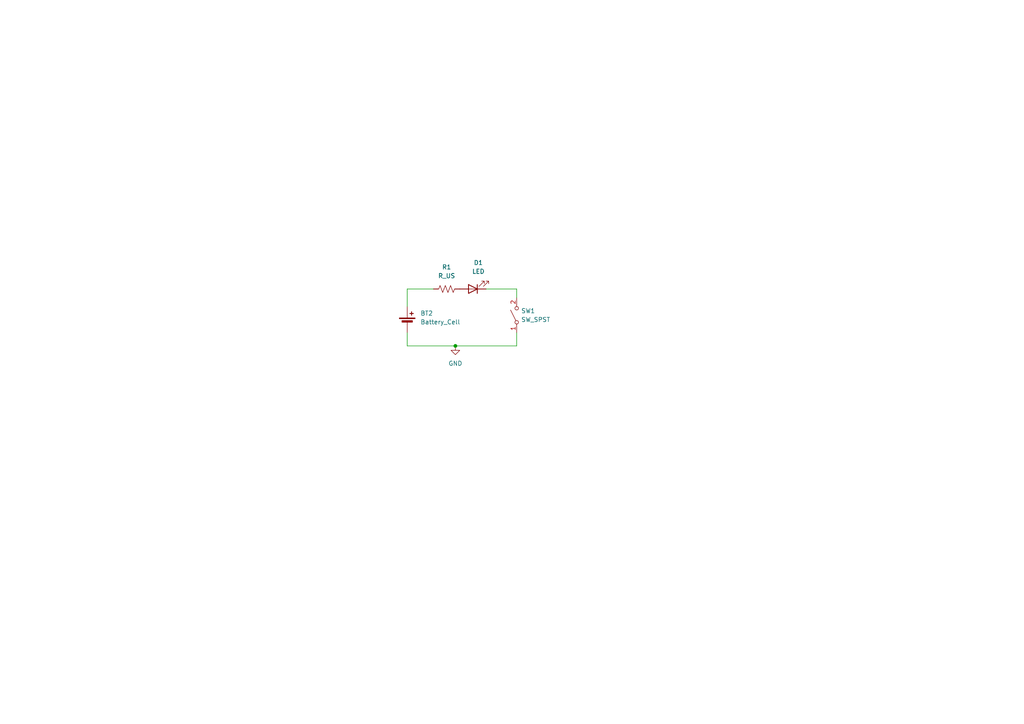
<source format=kicad_sch>
(kicad_sch (version 20231120) (generator "eeschema") (generator_version "8.0")
  (paper "A4")
  (lib_symbols
    (symbol "Device:Battery_Cell" (pin_numbers hide) (pin_names (offset 0) hide)
      (property "Reference" "BT" (at 2.54 2.54 0))
      (property "Value" "Battery_Cell" (at 2.54 0 0))
      (symbol "Battery_Cell_0_1"
        (rectangle (start -2.286 1.778) (end 2.286 1.524) (fill (type outline)))
        (rectangle (start -1.524 1.016) (end 1.524 0.508) (fill (type outline)))
        (polyline (pts (xy 0 0.762) (xy 0 0)))
        (polyline (pts (xy 0 1.778) (xy 0 2.54)))
        (polyline (pts (xy 0.762 3.048) (xy 1.778 3.048)) (stroke (width 0.254)))
        (polyline (pts (xy 1.27 3.556) (xy 1.27 2.54)) (stroke (width 0.254)))
      )
      (symbol "Battery_Cell_1_1"
        (pin passive line (at 0 5.08 270) (length 2.54) (name "+") (number "1"))
        (pin passive line (at 0 -2.54 90) (length 2.54) (name "-") (number "2"))
      )
    )
    (symbol "Device:LED" (pin_numbers hide) (pin_names (offset 1.016) hide)
      (property "Reference" "D" (at 0 2.54 0))
      (property "Value" "LED" (at 0 -2.54 0))
      (symbol "LED_0_1"
        (polyline (pts (xy -1.27 -1.27) (xy -1.27 1.27)) (stroke (width 0.254)))
        (polyline (pts (xy -1.27 0) (xy 1.27 0)))
        (polyline (pts (xy 1.27 -1.27) (xy 1.27 1.27) (xy -1.27 0) (xy 1.27 -1.27)) (stroke (width 0.254)))
        (polyline (pts (xy -3.048 -0.762) (xy -4.572 -2.286) (xy -3.81 -2.286) (xy -4.572 -2.286) (xy -4.572 -1.524)))
        (polyline (pts (xy -1.778 -0.762) (xy -3.302 -2.286) (xy -2.54 -2.286) (xy -3.302 -2.286) (xy -3.302 -1.524)))
      )
      (symbol "LED_1_1"
        (pin passive line (at -3.81 0 0) (length 2.54) (name "K") (number "1"))
        (pin passive line (at 3.81 0 180) (length 2.54) (name "A") (number "2"))
      )
    )
    (symbol "Device:R_US" (pin_numbers hide) (pin_names (offset 0))
      (property "Reference" "R" (at 2.54 0 90))
      (property "Value" "R_US" (at -2.54 0 90))
      (symbol "R_US_0_1"
        (polyline (pts (xy 0 -2.286) (xy 0 -2.54)))
        (polyline (pts (xy 0 2.286) (xy 0 2.54)))
        (polyline (pts (xy 0 -0.762) (xy 1.016 -1.143) (xy 0 -1.524) (xy -1.016 -1.905) (xy 0 -2.286)))
        (polyline (pts (xy 0 0.762) (xy 1.016 0.381) (xy 0 0) (xy -1.016 -0.381) (xy 0 -0.762)))
        (polyline (pts (xy 0 2.286) (xy 1.016 1.905) (xy 0 1.524) (xy -1.016 1.143) (xy 0 0.762)))
      )
      (symbol "R_US_1_1"
        (pin passive line (at 0 3.81 270) (length 1.27) (name "~") (number "1"))
        (pin passive line (at 0 -3.81 90) (length 1.27) (name "~") (number "2"))
      )
    )
    (symbol "Switch:SW_SPST" (pin_names (offset 0) hide)
      (property "Reference" "SW" (at 0 3.175 0))
      (property "Value" "SW_SPST" (at 0 -2.54 0))
      (symbol "SW_SPST_0_0"
        (circle (center -2.032 0) (radius 0.508))
        (polyline (pts (xy -1.524 0.254) (xy 1.524 1.778)))
        (circle (center 2.032 0) (radius 0.508))
      )
      (symbol "SW_SPST_1_1"
        (pin passive line (at -5.08 0 0) (length 2.54) (name "A") (number "1"))
        (pin passive line (at 5.08 0 180) (length 2.54) (name "B") (number "2"))
      )
    )
    (symbol "power:GND" (power) (pin_numbers hide) (pin_names (offset 0) hide)
      (property "Value" "GND" (at 0 -3.81 0))
      (symbol "GND_0_1"
        (polyline (pts (xy 0 0) (xy 0 -1.27) (xy 1.27 -1.27) (xy 0 -2.54) (xy -1.27 -1.27) (xy 0 -1.27)))
      )
      (symbol "GND_1_1"
        (pin power_in line (at 0 0 270) (length 0) (name "~") (number "1"))
      )
    )
  )
  (junction (at 132.08 100.33))
  (wire (pts (xy 149.86 96.52) (xy 149.86 100.33)))
  (wire (pts (xy 118.11 100.33) (xy 132.08 100.33)))
  (wire (pts (xy 132.08 100.33) (xy 149.86 100.33)))
  (wire (pts (xy 149.86 83.82) (xy 149.86 86.36)))
  (wire (pts (xy 140.97 83.82) (xy 149.86 83.82)))
  (wire (pts (xy 118.11 83.82) (xy 125.73 83.82)))
  (wire (pts (xy 118.11 88.9) (xy 118.11 83.82)))
  (wire (pts (xy 118.11 100.33) (xy 118.11 96.52)))
  (symbol (lib_id "Device:LED") (at 137.16 83.82 180) (unit 1)
    (property "Reference" "D1" (at 138.7475 76.2 0))
    (property "Value" "LED" (at 138.7475 78.74 0))
    (property "Footprint" "LED_SMD:LED_2512_6332Metric" (effects (hide yes)))
    (property "Description" "Light emitting diode" (effects (hide yes)))
  )
  (symbol (lib_id "power:GND") (at 132.08 100.33 0) (unit 1)
    (property "Reference" "#PWR02" (effects (hide yes)))
    (property "Value" "GND" (at 132.08 105.41 0))
    (property "Description" "Power symbol creates a global label with name \"GND\" , ground" (effects (hide yes)))
  )
  (symbol (lib_id "Device:Battery_Cell") (at 118.11 93.98 0) (unit 1)
    (property "Reference" "BT2" (at 121.92 90.8684 0) (effects (justify left)))
    (property "Value" "Battery_Cell" (at 121.92 93.4084 0) (effects (justify left)))
    (property "Footprint" "Battery:BatteryHolder_Keystone_103_1x20mm" (effects (hide yes)))
    (property "Description" "Single-cell battery" (effects (hide yes)))
  )
  (symbol (lib_id "Device:R_US") (at 129.54 83.82 90) (unit 1)
    (property "Reference" "R1" (at 129.54 77.47 90))
    (property "Value" "R_US" (at 129.54 80.01 90))
    (property "Footprint" "Resistor_SMD:R_2512_6332Metric" (effects (hide yes)))
    (property "Description" "Resistor, US symbol" (effects (hide yes)))
  )
  (symbol (lib_id "Switch:SW_SPST") (at 149.86 91.44 90) (unit 1)
    (property "Reference" "SW1" (at 151.13 90.1699 90) (effects (justify right)))
    (property "Value" "SW_SPST" (at 151.13 92.7099 90) (effects (justify right)))
    (property "Footprint" "Button_Switch_THT:SW_PUSH_6mm" (effects (hide yes)))
    (property "Description" "Single Pole Single Throw (SPST) switch" (effects (hide yes)))
  )
)
</source>
